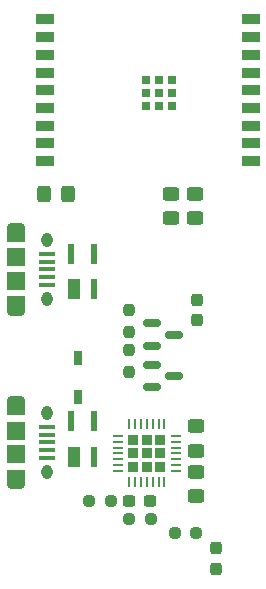
<source format=gtp>
%TF.GenerationSoftware,KiCad,Pcbnew,(6.0.8)*%
%TF.CreationDate,2023-01-13T13:27:25+01:00*%
%TF.ProjectId,NB-IoT_PCB_rev_1_1,4e422d49-6f54-45f5-9043-425f7265765f,rev?*%
%TF.SameCoordinates,Original*%
%TF.FileFunction,Paste,Top*%
%TF.FilePolarity,Positive*%
%FSLAX46Y46*%
G04 Gerber Fmt 4.6, Leading zero omitted, Abs format (unit mm)*
G04 Created by KiCad (PCBNEW (6.0.8)) date 2023-01-13 13:27:25*
%MOMM*%
%LPD*%
G01*
G04 APERTURE LIST*
G04 Aperture macros list*
%AMRoundRect*
0 Rectangle with rounded corners*
0 $1 Rounding radius*
0 $2 $3 $4 $5 $6 $7 $8 $9 X,Y pos of 4 corners*
0 Add a 4 corners polygon primitive as box body*
4,1,4,$2,$3,$4,$5,$6,$7,$8,$9,$2,$3,0*
0 Add four circle primitives for the rounded corners*
1,1,$1+$1,$2,$3*
1,1,$1+$1,$4,$5*
1,1,$1+$1,$6,$7*
1,1,$1+$1,$8,$9*
0 Add four rect primitives between the rounded corners*
20,1,$1+$1,$2,$3,$4,$5,0*
20,1,$1+$1,$4,$5,$6,$7,0*
20,1,$1+$1,$6,$7,$8,$9,0*
20,1,$1+$1,$8,$9,$2,$3,0*%
G04 Aperture macros list end*
%ADD10R,1.550000X1.200000*%
%ADD11R,1.550000X1.500000*%
%ADD12R,1.350000X0.400000*%
%ADD13O,0.950000X1.250000*%
%ADD14O,1.550000X0.890000*%
%ADD15RoundRect,0.250000X-0.450000X0.325000X-0.450000X-0.325000X0.450000X-0.325000X0.450000X0.325000X0*%
%ADD16RoundRect,0.250000X0.325000X0.450000X-0.325000X0.450000X-0.325000X-0.450000X0.325000X-0.450000X0*%
%ADD17RoundRect,0.150000X-0.587500X-0.150000X0.587500X-0.150000X0.587500X0.150000X-0.587500X0.150000X0*%
%ADD18RoundRect,0.237500X-0.237500X0.250000X-0.237500X-0.250000X0.237500X-0.250000X0.237500X0.250000X0*%
%ADD19RoundRect,0.237500X-0.237500X0.300000X-0.237500X-0.300000X0.237500X-0.300000X0.237500X0.300000X0*%
%ADD20RoundRect,0.237500X-0.250000X-0.237500X0.250000X-0.237500X0.250000X0.237500X-0.250000X0.237500X0*%
%ADD21RoundRect,0.062500X-0.062500X-0.337500X0.062500X-0.337500X0.062500X0.337500X-0.062500X0.337500X0*%
%ADD22RoundRect,0.062500X-0.337500X-0.062500X0.337500X-0.062500X0.337500X0.062500X-0.337500X0.062500X0*%
%ADD23RoundRect,0.225000X-0.225000X-0.225000X0.225000X-0.225000X0.225000X0.225000X-0.225000X0.225000X0*%
%ADD24RoundRect,0.237500X0.250000X0.237500X-0.250000X0.237500X-0.250000X-0.237500X0.250000X-0.237500X0*%
%ADD25RoundRect,0.237500X0.237500X-0.300000X0.237500X0.300000X-0.237500X0.300000X-0.237500X-0.300000X0*%
%ADD26RoundRect,0.250000X0.450000X-0.325000X0.450000X0.325000X-0.450000X0.325000X-0.450000X-0.325000X0*%
%ADD27R,0.730000X1.210000*%
%ADD28R,1.500000X0.900000*%
%ADD29R,0.700000X0.700000*%
%ADD30RoundRect,0.237500X0.300000X0.237500X-0.300000X0.237500X-0.300000X-0.237500X0.300000X-0.237500X0*%
%ADD31R,1.000000X1.700000*%
%ADD32R,0.600000X1.700000*%
%ADD33RoundRect,0.237500X0.237500X-0.250000X0.237500X0.250000X-0.237500X0.250000X-0.237500X-0.250000X0*%
G04 APERTURE END LIST*
D10*
%TO.C,J2*%
X100452400Y-151363000D03*
D11*
X100452400Y-149463000D03*
D10*
X100452400Y-145563000D03*
D11*
X100452400Y-147463000D03*
D12*
X103152400Y-149763000D03*
X103152400Y-149113000D03*
X103152400Y-148463000D03*
X103152400Y-147813000D03*
X103152400Y-147163000D03*
D13*
X103152400Y-145963000D03*
D14*
X100452400Y-144963000D03*
X100452400Y-151963000D03*
D13*
X103152400Y-150963000D03*
%TD*%
D15*
%TO.C,LED1*%
X113588800Y-127397400D03*
X113588800Y-129447400D03*
%TD*%
D16*
%TO.C,D8*%
X104911000Y-127457200D03*
X102861000Y-127457200D03*
%TD*%
D17*
%TO.C,Q1*%
X111990900Y-138394400D03*
X111990900Y-140294400D03*
X113865900Y-139344400D03*
%TD*%
D18*
%TO.C,R11*%
X110032800Y-140667100D03*
X110032800Y-142492100D03*
%TD*%
D15*
%TO.C,D7*%
X115773200Y-150968600D03*
X115773200Y-153018600D03*
%TD*%
D19*
%TO.C,C13*%
X115824000Y-136399100D03*
X115824000Y-138124100D03*
%TD*%
D20*
%TO.C,R8*%
X113946300Y-156159200D03*
X115771300Y-156159200D03*
%TD*%
D21*
%TO.C,U1*%
X110059200Y-146952800D03*
X110559200Y-146952800D03*
X111059200Y-146952800D03*
X111559200Y-146952800D03*
X112059200Y-146952800D03*
X112559200Y-146952800D03*
X113059200Y-146952800D03*
D22*
X114009200Y-147902800D03*
X114009200Y-148402800D03*
X114009200Y-148902800D03*
X114009200Y-149402800D03*
X114009200Y-149902800D03*
X114009200Y-150402800D03*
X114009200Y-150902800D03*
D21*
X113059200Y-151852800D03*
X112559200Y-151852800D03*
X112059200Y-151852800D03*
X111559200Y-151852800D03*
X111059200Y-151852800D03*
X110559200Y-151852800D03*
X110059200Y-151852800D03*
D22*
X109109200Y-150902800D03*
X109109200Y-150402800D03*
X109109200Y-149902800D03*
X109109200Y-149402800D03*
X109109200Y-148902800D03*
X109109200Y-148402800D03*
X109109200Y-147902800D03*
D23*
X111559200Y-149402800D03*
X112679200Y-149402800D03*
X110439200Y-148282800D03*
X111559200Y-148282800D03*
X112679200Y-148282800D03*
X112679200Y-150522800D03*
X110439200Y-150522800D03*
X110439200Y-149402800D03*
X111559200Y-150522800D03*
%TD*%
D15*
%TO.C,LED2*%
X115671600Y-127397400D03*
X115671600Y-129447400D03*
%TD*%
D17*
%TO.C,Q2*%
X111990900Y-141899600D03*
X111990900Y-143799600D03*
X113865900Y-142849600D03*
%TD*%
D24*
%TO.C,R1*%
X108506900Y-153466800D03*
X106681900Y-153466800D03*
%TD*%
D25*
%TO.C,C14*%
X117449600Y-159155300D03*
X117449600Y-157430300D03*
%TD*%
D26*
%TO.C,D6*%
X115773200Y-149157800D03*
X115773200Y-147107800D03*
%TD*%
D27*
%TO.C,D1*%
X105714800Y-144646400D03*
X105714800Y-141286400D03*
%TD*%
D28*
%TO.C,U3*%
X102920000Y-112661000D03*
X102920000Y-114161000D03*
X102920000Y-115661000D03*
X102920000Y-117161000D03*
X102920000Y-118661000D03*
X102920000Y-120161000D03*
X102920000Y-121661000D03*
X102920000Y-123161000D03*
X102920000Y-124661000D03*
X120420000Y-124661000D03*
X120420000Y-123161000D03*
X120420000Y-121661000D03*
X120420000Y-120161000D03*
X120420000Y-118661000D03*
X120420000Y-117161000D03*
X120420000Y-115661000D03*
X120420000Y-114161000D03*
X120420000Y-112661000D03*
D29*
X111530000Y-119961000D03*
X113730000Y-119961000D03*
X113730000Y-118861000D03*
X111530000Y-118861000D03*
X113730000Y-117761000D03*
X112580000Y-119961000D03*
X112580000Y-117761000D03*
X111530000Y-117761000D03*
X112580000Y-118861000D03*
%TD*%
D30*
%TO.C,C4*%
X111809700Y-153466800D03*
X110084700Y-153466800D03*
%TD*%
D31*
%TO.C,D4*%
X105371200Y-135510400D03*
D32*
X107071200Y-135510400D03*
X107071200Y-132510400D03*
X105171200Y-132510400D03*
%TD*%
D31*
%TO.C,D5*%
X105371200Y-149683600D03*
D32*
X107071200Y-149683600D03*
X107071200Y-146683600D03*
X105171200Y-146683600D03*
%TD*%
D10*
%TO.C,J1*%
X100452400Y-130907200D03*
D11*
X100452400Y-134807200D03*
X100452400Y-132807200D03*
D10*
X100452400Y-136707200D03*
D12*
X103152400Y-135107200D03*
X103152400Y-134457200D03*
X103152400Y-133807200D03*
X103152400Y-133157200D03*
X103152400Y-132507200D03*
D13*
X103152400Y-136307200D03*
D14*
X100452400Y-130307200D03*
D13*
X103152400Y-131307200D03*
D14*
X100452400Y-137307200D03*
%TD*%
D24*
%TO.C,R2*%
X111910500Y-154990800D03*
X110085500Y-154990800D03*
%TD*%
D33*
%TO.C,R10*%
X110032800Y-139088500D03*
X110032800Y-137263500D03*
%TD*%
M02*

</source>
